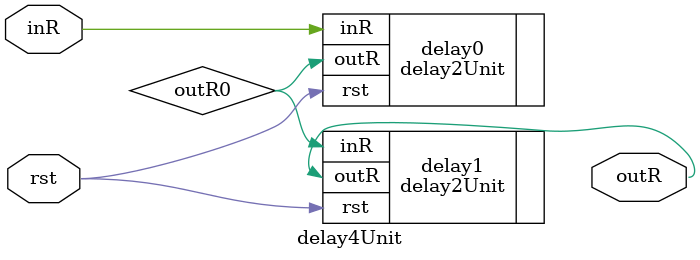
<source format=v>
`timescale 1ns / 1ps


(*dont_touch = "true"*)module delay4Unit(
    inR, outR, rst
    );
    input inR;
    output outR;
    input rst;
    
    wire outR0;
    (* dont_touch="true" *)delay2Unit delay0(.inR(inR), .outR(outR0), .rst(rst));
    (* dont_touch="true" *)delay2Unit delay1(.inR(outR0), .outR(outR), .rst(rst));
    
endmodule

</source>
